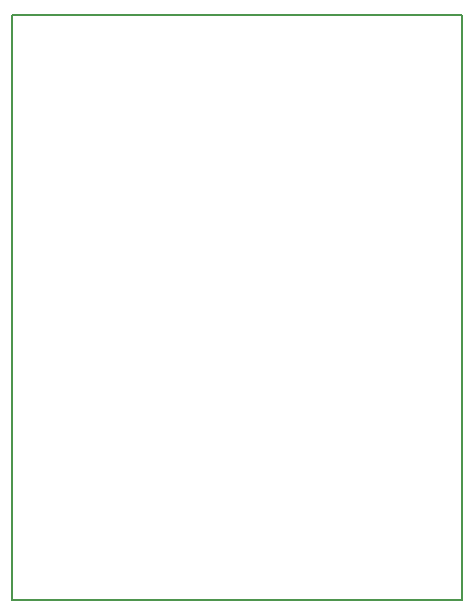
<source format=gm1>
G04 #@! TF.FileFunction,Profile,NP*
%FSLAX46Y46*%
G04 Gerber Fmt 4.6, Leading zero omitted, Abs format (unit mm)*
G04 Created by KiCad (PCBNEW 4.0.7) date 05/17/20 12:06:38*
%MOMM*%
%LPD*%
G01*
G04 APERTURE LIST*
%ADD10C,0.100000*%
%ADD11C,0.150000*%
G04 APERTURE END LIST*
D10*
D11*
X114300000Y-92710000D02*
X114300000Y-43180000D01*
X76200000Y-43180000D02*
X76200000Y-92710000D01*
X76200000Y-43180000D02*
X114300000Y-43180000D01*
X76200000Y-92710000D02*
X114300000Y-92710000D01*
M02*

</source>
